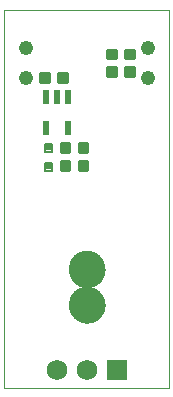
<source format=gts>
G75*
%MOIN*%
%OFA0B0*%
%FSLAX25Y25*%
%IPPOS*%
%LPD*%
%AMOC8*
5,1,8,0,0,1.08239X$1,22.5*
%
%ADD10C,0.00000*%
%ADD11C,0.12211*%
%ADD12R,0.06900X0.06900*%
%ADD13C,0.06900*%
%ADD14R,0.01975X0.05124*%
%ADD15C,0.04762*%
%ADD16C,0.00975*%
%ADD17C,0.00789*%
D10*
X0005685Y0001350D02*
X0005685Y0127334D01*
X0060804Y0127334D01*
X0060804Y0001350D01*
X0005685Y0001350D01*
X0027339Y0028909D02*
X0027341Y0029062D01*
X0027347Y0029216D01*
X0027357Y0029369D01*
X0027371Y0029521D01*
X0027389Y0029674D01*
X0027411Y0029825D01*
X0027436Y0029976D01*
X0027466Y0030127D01*
X0027500Y0030277D01*
X0027537Y0030425D01*
X0027578Y0030573D01*
X0027623Y0030719D01*
X0027672Y0030865D01*
X0027725Y0031009D01*
X0027781Y0031151D01*
X0027841Y0031292D01*
X0027905Y0031432D01*
X0027972Y0031570D01*
X0028043Y0031706D01*
X0028118Y0031840D01*
X0028195Y0031972D01*
X0028277Y0032102D01*
X0028361Y0032230D01*
X0028449Y0032356D01*
X0028540Y0032479D01*
X0028634Y0032600D01*
X0028732Y0032718D01*
X0028832Y0032834D01*
X0028936Y0032947D01*
X0029042Y0033058D01*
X0029151Y0033166D01*
X0029263Y0033271D01*
X0029377Y0033372D01*
X0029495Y0033471D01*
X0029614Y0033567D01*
X0029736Y0033660D01*
X0029861Y0033749D01*
X0029988Y0033836D01*
X0030117Y0033918D01*
X0030248Y0033998D01*
X0030381Y0034074D01*
X0030516Y0034147D01*
X0030653Y0034216D01*
X0030792Y0034281D01*
X0030932Y0034343D01*
X0031074Y0034401D01*
X0031217Y0034456D01*
X0031362Y0034507D01*
X0031508Y0034554D01*
X0031655Y0034597D01*
X0031803Y0034636D01*
X0031952Y0034672D01*
X0032102Y0034703D01*
X0032253Y0034731D01*
X0032404Y0034755D01*
X0032557Y0034775D01*
X0032709Y0034791D01*
X0032862Y0034803D01*
X0033015Y0034811D01*
X0033168Y0034815D01*
X0033322Y0034815D01*
X0033475Y0034811D01*
X0033628Y0034803D01*
X0033781Y0034791D01*
X0033933Y0034775D01*
X0034086Y0034755D01*
X0034237Y0034731D01*
X0034388Y0034703D01*
X0034538Y0034672D01*
X0034687Y0034636D01*
X0034835Y0034597D01*
X0034982Y0034554D01*
X0035128Y0034507D01*
X0035273Y0034456D01*
X0035416Y0034401D01*
X0035558Y0034343D01*
X0035698Y0034281D01*
X0035837Y0034216D01*
X0035974Y0034147D01*
X0036109Y0034074D01*
X0036242Y0033998D01*
X0036373Y0033918D01*
X0036502Y0033836D01*
X0036629Y0033749D01*
X0036754Y0033660D01*
X0036876Y0033567D01*
X0036995Y0033471D01*
X0037113Y0033372D01*
X0037227Y0033271D01*
X0037339Y0033166D01*
X0037448Y0033058D01*
X0037554Y0032947D01*
X0037658Y0032834D01*
X0037758Y0032718D01*
X0037856Y0032600D01*
X0037950Y0032479D01*
X0038041Y0032356D01*
X0038129Y0032230D01*
X0038213Y0032102D01*
X0038295Y0031972D01*
X0038372Y0031840D01*
X0038447Y0031706D01*
X0038518Y0031570D01*
X0038585Y0031432D01*
X0038649Y0031292D01*
X0038709Y0031151D01*
X0038765Y0031009D01*
X0038818Y0030865D01*
X0038867Y0030719D01*
X0038912Y0030573D01*
X0038953Y0030425D01*
X0038990Y0030277D01*
X0039024Y0030127D01*
X0039054Y0029976D01*
X0039079Y0029825D01*
X0039101Y0029674D01*
X0039119Y0029521D01*
X0039133Y0029369D01*
X0039143Y0029216D01*
X0039149Y0029062D01*
X0039151Y0028909D01*
X0039149Y0028756D01*
X0039143Y0028602D01*
X0039133Y0028449D01*
X0039119Y0028297D01*
X0039101Y0028144D01*
X0039079Y0027993D01*
X0039054Y0027842D01*
X0039024Y0027691D01*
X0038990Y0027541D01*
X0038953Y0027393D01*
X0038912Y0027245D01*
X0038867Y0027099D01*
X0038818Y0026953D01*
X0038765Y0026809D01*
X0038709Y0026667D01*
X0038649Y0026526D01*
X0038585Y0026386D01*
X0038518Y0026248D01*
X0038447Y0026112D01*
X0038372Y0025978D01*
X0038295Y0025846D01*
X0038213Y0025716D01*
X0038129Y0025588D01*
X0038041Y0025462D01*
X0037950Y0025339D01*
X0037856Y0025218D01*
X0037758Y0025100D01*
X0037658Y0024984D01*
X0037554Y0024871D01*
X0037448Y0024760D01*
X0037339Y0024652D01*
X0037227Y0024547D01*
X0037113Y0024446D01*
X0036995Y0024347D01*
X0036876Y0024251D01*
X0036754Y0024158D01*
X0036629Y0024069D01*
X0036502Y0023982D01*
X0036373Y0023900D01*
X0036242Y0023820D01*
X0036109Y0023744D01*
X0035974Y0023671D01*
X0035837Y0023602D01*
X0035698Y0023537D01*
X0035558Y0023475D01*
X0035416Y0023417D01*
X0035273Y0023362D01*
X0035128Y0023311D01*
X0034982Y0023264D01*
X0034835Y0023221D01*
X0034687Y0023182D01*
X0034538Y0023146D01*
X0034388Y0023115D01*
X0034237Y0023087D01*
X0034086Y0023063D01*
X0033933Y0023043D01*
X0033781Y0023027D01*
X0033628Y0023015D01*
X0033475Y0023007D01*
X0033322Y0023003D01*
X0033168Y0023003D01*
X0033015Y0023007D01*
X0032862Y0023015D01*
X0032709Y0023027D01*
X0032557Y0023043D01*
X0032404Y0023063D01*
X0032253Y0023087D01*
X0032102Y0023115D01*
X0031952Y0023146D01*
X0031803Y0023182D01*
X0031655Y0023221D01*
X0031508Y0023264D01*
X0031362Y0023311D01*
X0031217Y0023362D01*
X0031074Y0023417D01*
X0030932Y0023475D01*
X0030792Y0023537D01*
X0030653Y0023602D01*
X0030516Y0023671D01*
X0030381Y0023744D01*
X0030248Y0023820D01*
X0030117Y0023900D01*
X0029988Y0023982D01*
X0029861Y0024069D01*
X0029736Y0024158D01*
X0029614Y0024251D01*
X0029495Y0024347D01*
X0029377Y0024446D01*
X0029263Y0024547D01*
X0029151Y0024652D01*
X0029042Y0024760D01*
X0028936Y0024871D01*
X0028832Y0024984D01*
X0028732Y0025100D01*
X0028634Y0025218D01*
X0028540Y0025339D01*
X0028449Y0025462D01*
X0028361Y0025588D01*
X0028277Y0025716D01*
X0028195Y0025846D01*
X0028118Y0025978D01*
X0028043Y0026112D01*
X0027972Y0026248D01*
X0027905Y0026386D01*
X0027841Y0026526D01*
X0027781Y0026667D01*
X0027725Y0026809D01*
X0027672Y0026953D01*
X0027623Y0027099D01*
X0027578Y0027245D01*
X0027537Y0027393D01*
X0027500Y0027541D01*
X0027466Y0027691D01*
X0027436Y0027842D01*
X0027411Y0027993D01*
X0027389Y0028144D01*
X0027371Y0028297D01*
X0027357Y0028449D01*
X0027347Y0028602D01*
X0027341Y0028756D01*
X0027339Y0028909D01*
X0027339Y0040720D02*
X0027341Y0040873D01*
X0027347Y0041027D01*
X0027357Y0041180D01*
X0027371Y0041332D01*
X0027389Y0041485D01*
X0027411Y0041636D01*
X0027436Y0041787D01*
X0027466Y0041938D01*
X0027500Y0042088D01*
X0027537Y0042236D01*
X0027578Y0042384D01*
X0027623Y0042530D01*
X0027672Y0042676D01*
X0027725Y0042820D01*
X0027781Y0042962D01*
X0027841Y0043103D01*
X0027905Y0043243D01*
X0027972Y0043381D01*
X0028043Y0043517D01*
X0028118Y0043651D01*
X0028195Y0043783D01*
X0028277Y0043913D01*
X0028361Y0044041D01*
X0028449Y0044167D01*
X0028540Y0044290D01*
X0028634Y0044411D01*
X0028732Y0044529D01*
X0028832Y0044645D01*
X0028936Y0044758D01*
X0029042Y0044869D01*
X0029151Y0044977D01*
X0029263Y0045082D01*
X0029377Y0045183D01*
X0029495Y0045282D01*
X0029614Y0045378D01*
X0029736Y0045471D01*
X0029861Y0045560D01*
X0029988Y0045647D01*
X0030117Y0045729D01*
X0030248Y0045809D01*
X0030381Y0045885D01*
X0030516Y0045958D01*
X0030653Y0046027D01*
X0030792Y0046092D01*
X0030932Y0046154D01*
X0031074Y0046212D01*
X0031217Y0046267D01*
X0031362Y0046318D01*
X0031508Y0046365D01*
X0031655Y0046408D01*
X0031803Y0046447D01*
X0031952Y0046483D01*
X0032102Y0046514D01*
X0032253Y0046542D01*
X0032404Y0046566D01*
X0032557Y0046586D01*
X0032709Y0046602D01*
X0032862Y0046614D01*
X0033015Y0046622D01*
X0033168Y0046626D01*
X0033322Y0046626D01*
X0033475Y0046622D01*
X0033628Y0046614D01*
X0033781Y0046602D01*
X0033933Y0046586D01*
X0034086Y0046566D01*
X0034237Y0046542D01*
X0034388Y0046514D01*
X0034538Y0046483D01*
X0034687Y0046447D01*
X0034835Y0046408D01*
X0034982Y0046365D01*
X0035128Y0046318D01*
X0035273Y0046267D01*
X0035416Y0046212D01*
X0035558Y0046154D01*
X0035698Y0046092D01*
X0035837Y0046027D01*
X0035974Y0045958D01*
X0036109Y0045885D01*
X0036242Y0045809D01*
X0036373Y0045729D01*
X0036502Y0045647D01*
X0036629Y0045560D01*
X0036754Y0045471D01*
X0036876Y0045378D01*
X0036995Y0045282D01*
X0037113Y0045183D01*
X0037227Y0045082D01*
X0037339Y0044977D01*
X0037448Y0044869D01*
X0037554Y0044758D01*
X0037658Y0044645D01*
X0037758Y0044529D01*
X0037856Y0044411D01*
X0037950Y0044290D01*
X0038041Y0044167D01*
X0038129Y0044041D01*
X0038213Y0043913D01*
X0038295Y0043783D01*
X0038372Y0043651D01*
X0038447Y0043517D01*
X0038518Y0043381D01*
X0038585Y0043243D01*
X0038649Y0043103D01*
X0038709Y0042962D01*
X0038765Y0042820D01*
X0038818Y0042676D01*
X0038867Y0042530D01*
X0038912Y0042384D01*
X0038953Y0042236D01*
X0038990Y0042088D01*
X0039024Y0041938D01*
X0039054Y0041787D01*
X0039079Y0041636D01*
X0039101Y0041485D01*
X0039119Y0041332D01*
X0039133Y0041180D01*
X0039143Y0041027D01*
X0039149Y0040873D01*
X0039151Y0040720D01*
X0039149Y0040567D01*
X0039143Y0040413D01*
X0039133Y0040260D01*
X0039119Y0040108D01*
X0039101Y0039955D01*
X0039079Y0039804D01*
X0039054Y0039653D01*
X0039024Y0039502D01*
X0038990Y0039352D01*
X0038953Y0039204D01*
X0038912Y0039056D01*
X0038867Y0038910D01*
X0038818Y0038764D01*
X0038765Y0038620D01*
X0038709Y0038478D01*
X0038649Y0038337D01*
X0038585Y0038197D01*
X0038518Y0038059D01*
X0038447Y0037923D01*
X0038372Y0037789D01*
X0038295Y0037657D01*
X0038213Y0037527D01*
X0038129Y0037399D01*
X0038041Y0037273D01*
X0037950Y0037150D01*
X0037856Y0037029D01*
X0037758Y0036911D01*
X0037658Y0036795D01*
X0037554Y0036682D01*
X0037448Y0036571D01*
X0037339Y0036463D01*
X0037227Y0036358D01*
X0037113Y0036257D01*
X0036995Y0036158D01*
X0036876Y0036062D01*
X0036754Y0035969D01*
X0036629Y0035880D01*
X0036502Y0035793D01*
X0036373Y0035711D01*
X0036242Y0035631D01*
X0036109Y0035555D01*
X0035974Y0035482D01*
X0035837Y0035413D01*
X0035698Y0035348D01*
X0035558Y0035286D01*
X0035416Y0035228D01*
X0035273Y0035173D01*
X0035128Y0035122D01*
X0034982Y0035075D01*
X0034835Y0035032D01*
X0034687Y0034993D01*
X0034538Y0034957D01*
X0034388Y0034926D01*
X0034237Y0034898D01*
X0034086Y0034874D01*
X0033933Y0034854D01*
X0033781Y0034838D01*
X0033628Y0034826D01*
X0033475Y0034818D01*
X0033322Y0034814D01*
X0033168Y0034814D01*
X0033015Y0034818D01*
X0032862Y0034826D01*
X0032709Y0034838D01*
X0032557Y0034854D01*
X0032404Y0034874D01*
X0032253Y0034898D01*
X0032102Y0034926D01*
X0031952Y0034957D01*
X0031803Y0034993D01*
X0031655Y0035032D01*
X0031508Y0035075D01*
X0031362Y0035122D01*
X0031217Y0035173D01*
X0031074Y0035228D01*
X0030932Y0035286D01*
X0030792Y0035348D01*
X0030653Y0035413D01*
X0030516Y0035482D01*
X0030381Y0035555D01*
X0030248Y0035631D01*
X0030117Y0035711D01*
X0029988Y0035793D01*
X0029861Y0035880D01*
X0029736Y0035969D01*
X0029614Y0036062D01*
X0029495Y0036158D01*
X0029377Y0036257D01*
X0029263Y0036358D01*
X0029151Y0036463D01*
X0029042Y0036571D01*
X0028936Y0036682D01*
X0028832Y0036795D01*
X0028732Y0036911D01*
X0028634Y0037029D01*
X0028540Y0037150D01*
X0028449Y0037273D01*
X0028361Y0037399D01*
X0028277Y0037527D01*
X0028195Y0037657D01*
X0028118Y0037789D01*
X0028043Y0037923D01*
X0027972Y0038059D01*
X0027905Y0038197D01*
X0027841Y0038337D01*
X0027781Y0038478D01*
X0027725Y0038620D01*
X0027672Y0038764D01*
X0027623Y0038910D01*
X0027578Y0039056D01*
X0027537Y0039204D01*
X0027500Y0039352D01*
X0027466Y0039502D01*
X0027436Y0039653D01*
X0027411Y0039804D01*
X0027389Y0039955D01*
X0027371Y0040108D01*
X0027357Y0040260D01*
X0027347Y0040413D01*
X0027341Y0040567D01*
X0027339Y0040720D01*
D11*
X0033245Y0040720D03*
X0033245Y0028909D03*
D12*
X0043245Y0007256D03*
D13*
X0033245Y0007256D03*
X0023245Y0007256D03*
D14*
X0019582Y0087795D03*
X0019582Y0098032D03*
X0023322Y0098032D03*
X0027063Y0098032D03*
X0027063Y0087795D03*
D15*
X0012969Y0104618D03*
X0012969Y0114618D03*
X0053520Y0114618D03*
X0053520Y0104618D03*
D16*
X0048897Y0105336D02*
X0045971Y0105336D01*
X0045971Y0108262D01*
X0048897Y0108262D01*
X0048897Y0105336D01*
X0048897Y0106310D02*
X0045971Y0106310D01*
X0045971Y0107284D02*
X0048897Y0107284D01*
X0048897Y0108258D02*
X0045971Y0108258D01*
X0045942Y0113985D02*
X0048868Y0113985D01*
X0048868Y0111059D01*
X0045942Y0111059D01*
X0045942Y0113985D01*
X0045942Y0112033D02*
X0048868Y0112033D01*
X0048868Y0113007D02*
X0045942Y0113007D01*
X0045942Y0113981D02*
X0048868Y0113981D01*
X0042868Y0113985D02*
X0039942Y0113985D01*
X0042868Y0113985D02*
X0042868Y0111059D01*
X0039942Y0111059D01*
X0039942Y0113985D01*
X0039942Y0112033D02*
X0042868Y0112033D01*
X0042868Y0113007D02*
X0039942Y0113007D01*
X0039942Y0113981D02*
X0042868Y0113981D01*
X0042897Y0105336D02*
X0039971Y0105336D01*
X0039971Y0108262D01*
X0042897Y0108262D01*
X0042897Y0105336D01*
X0042897Y0106310D02*
X0039971Y0106310D01*
X0039971Y0107284D02*
X0042897Y0107284D01*
X0042897Y0108258D02*
X0039971Y0108258D01*
X0033408Y0082766D02*
X0030482Y0082766D01*
X0033408Y0082766D02*
X0033408Y0079840D01*
X0030482Y0079840D01*
X0030482Y0082766D01*
X0030482Y0080814D02*
X0033408Y0080814D01*
X0033408Y0081788D02*
X0030482Y0081788D01*
X0030482Y0082762D02*
X0033408Y0082762D01*
X0033408Y0073958D02*
X0030482Y0073958D01*
X0030482Y0076884D01*
X0033408Y0076884D01*
X0033408Y0073958D01*
X0033408Y0074932D02*
X0030482Y0074932D01*
X0030482Y0075906D02*
X0033408Y0075906D01*
X0033408Y0076880D02*
X0030482Y0076880D01*
X0027408Y0073958D02*
X0024482Y0073958D01*
X0024482Y0076884D01*
X0027408Y0076884D01*
X0027408Y0073958D01*
X0027408Y0074932D02*
X0024482Y0074932D01*
X0024482Y0075906D02*
X0027408Y0075906D01*
X0027408Y0076880D02*
X0024482Y0076880D01*
X0024482Y0082766D02*
X0027408Y0082766D01*
X0027408Y0079840D01*
X0024482Y0079840D01*
X0024482Y0082766D01*
X0024482Y0080814D02*
X0027408Y0080814D01*
X0027408Y0081788D02*
X0024482Y0081788D01*
X0024482Y0082762D02*
X0027408Y0082762D01*
X0026591Y0103259D02*
X0023665Y0103259D01*
X0023665Y0106185D01*
X0026591Y0106185D01*
X0026591Y0103259D01*
X0026591Y0104233D02*
X0023665Y0104233D01*
X0023665Y0105207D02*
X0026591Y0105207D01*
X0026591Y0106181D02*
X0023665Y0106181D01*
X0020591Y0103259D02*
X0017665Y0103259D01*
X0017665Y0106185D01*
X0020591Y0106185D01*
X0020591Y0103259D01*
X0020591Y0104233D02*
X0017665Y0104233D01*
X0017665Y0105207D02*
X0020591Y0105207D01*
X0020591Y0106181D02*
X0017665Y0106181D01*
D17*
X0021769Y0082547D02*
X0021769Y0079935D01*
X0019401Y0079935D01*
X0019401Y0082547D01*
X0021769Y0082547D01*
X0021769Y0080723D02*
X0019401Y0080723D01*
X0019401Y0081511D02*
X0021769Y0081511D01*
X0021769Y0082299D02*
X0019401Y0082299D01*
X0021769Y0076247D02*
X0021769Y0073635D01*
X0019401Y0073635D01*
X0019401Y0076247D01*
X0021769Y0076247D01*
X0021769Y0074423D02*
X0019401Y0074423D01*
X0019401Y0075211D02*
X0021769Y0075211D01*
X0021769Y0075999D02*
X0019401Y0075999D01*
M02*

</source>
